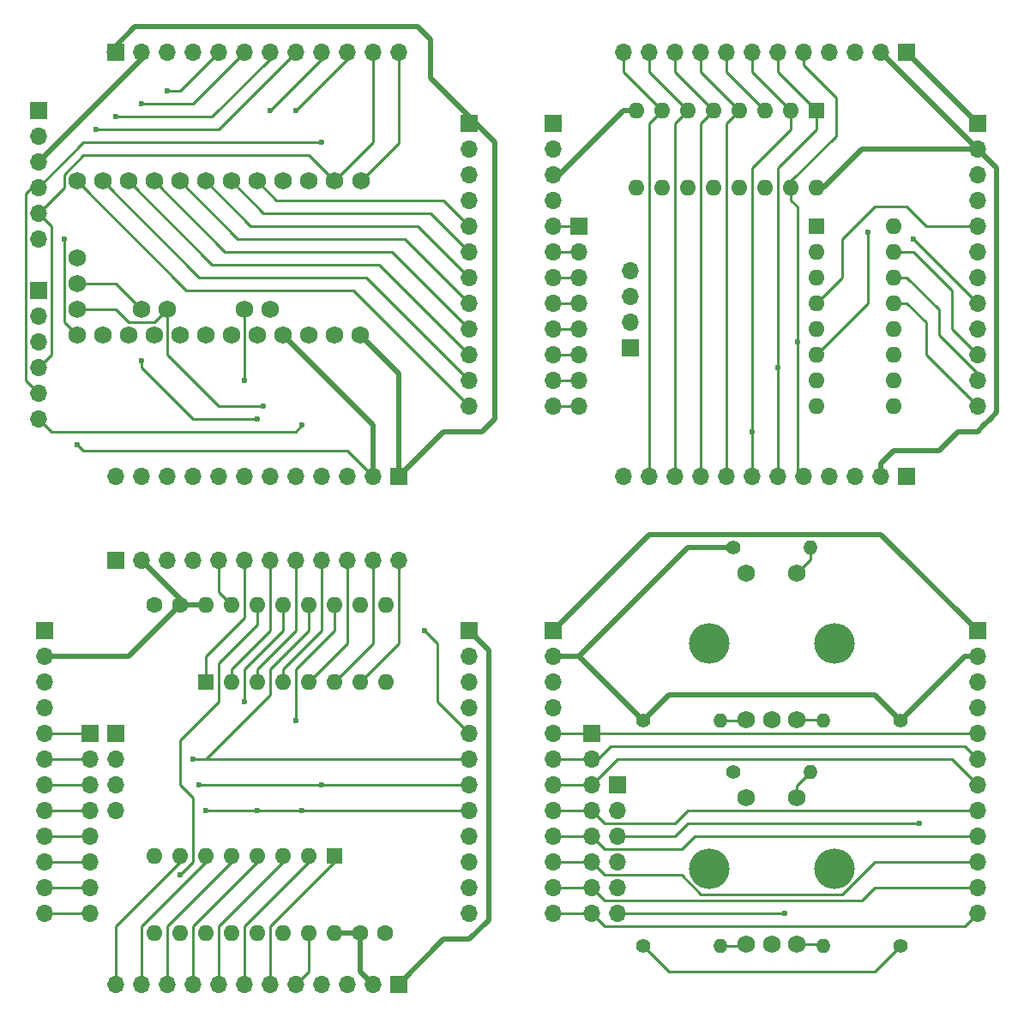
<source format=gbr>
G04 #@! TF.FileFunction,Copper,L1,Top,Signal*
%FSLAX46Y46*%
G04 Gerber Fmt 4.6, Leading zero omitted, Abs format (unit mm)*
G04 Created by KiCad (PCBNEW 4.0.7+dfsg1-1~bpo9+1) date Wed May  2 15:41:06 2018*
%MOMM*%
%LPD*%
G01*
G04 APERTURE LIST*
%ADD10C,0.100000*%
%ADD11R,1.700000X1.700000*%
%ADD12O,1.700000X1.700000*%
%ADD13C,1.727200*%
%ADD14R,1.600000X1.600000*%
%ADD15O,1.600000X1.600000*%
%ADD16C,1.600000*%
%ADD17C,1.400000*%
%ADD18O,1.400000X1.400000*%
%ADD19C,1.750000*%
%ADD20O,4.000000X4.000000*%
%ADD21C,0.600000*%
%ADD22C,0.250000*%
%ADD23C,0.500000*%
G04 APERTURE END LIST*
D10*
D11*
X119380000Y-34925000D03*
D12*
X121920000Y-34925000D03*
X124460000Y-34925000D03*
X127000000Y-34925000D03*
X129540000Y-34925000D03*
X132080000Y-34925000D03*
X134620000Y-34925000D03*
X137160000Y-34925000D03*
X139700000Y-34925000D03*
X142240000Y-34925000D03*
X144780000Y-34925000D03*
X147320000Y-34925000D03*
D11*
X154305000Y-41910000D03*
D12*
X154305000Y-44450000D03*
X154305000Y-46990000D03*
X154305000Y-49530000D03*
X154305000Y-52070000D03*
X154305000Y-54610000D03*
X154305000Y-57150000D03*
X154305000Y-59690000D03*
X154305000Y-62230000D03*
X154305000Y-64770000D03*
X154305000Y-67310000D03*
X154305000Y-69850000D03*
D11*
X147320000Y-76835000D03*
D12*
X144780000Y-76835000D03*
X142240000Y-76835000D03*
X139700000Y-76835000D03*
X137160000Y-76835000D03*
X134620000Y-76835000D03*
X132080000Y-76835000D03*
X129540000Y-76835000D03*
X127000000Y-76835000D03*
X124460000Y-76835000D03*
X121920000Y-76835000D03*
X119380000Y-76835000D03*
D13*
X118110000Y-62865000D03*
X120650000Y-62865000D03*
X123190000Y-62865000D03*
X125730000Y-62865000D03*
X128270000Y-62865000D03*
X130810000Y-62865000D03*
X133350000Y-62865000D03*
X132080000Y-60325000D03*
X134620000Y-60325000D03*
X115570000Y-57785000D03*
X115570000Y-60325000D03*
X121920000Y-60325000D03*
X124460000Y-60325000D03*
X115570000Y-55245000D03*
X135890000Y-62865000D03*
X138430000Y-62865000D03*
X140970000Y-62865000D03*
X143510000Y-62865000D03*
X115570000Y-62865000D03*
X143620000Y-47625000D03*
X140970000Y-47625000D03*
X138430000Y-47625000D03*
X135890000Y-47625000D03*
X133350000Y-47625000D03*
X130810000Y-47625000D03*
X128270000Y-47625000D03*
X125730000Y-47625000D03*
X123190000Y-47625000D03*
X120650000Y-47625000D03*
X118110000Y-47625000D03*
X115570000Y-47625000D03*
D11*
X111760000Y-58420000D03*
D12*
X111760000Y-60960000D03*
X111760000Y-63500000D03*
X111760000Y-66040000D03*
X111760000Y-68580000D03*
X111760000Y-71120000D03*
D11*
X111760000Y-40640000D03*
D12*
X111760000Y-43180000D03*
X111760000Y-45720000D03*
X111760000Y-48260000D03*
X111760000Y-50800000D03*
X111760000Y-53340000D03*
D11*
X162560000Y-41910000D03*
D12*
X162560000Y-44450000D03*
X162560000Y-46990000D03*
X162560000Y-49530000D03*
X162560000Y-52070000D03*
X162560000Y-54610000D03*
X162560000Y-57150000D03*
X162560000Y-59690000D03*
X162560000Y-62230000D03*
X162560000Y-64770000D03*
X162560000Y-67310000D03*
X162560000Y-69850000D03*
D11*
X165100000Y-52070000D03*
D12*
X165100000Y-54610000D03*
X165100000Y-57150000D03*
X165100000Y-59690000D03*
X165100000Y-62230000D03*
X165100000Y-64770000D03*
X165100000Y-67310000D03*
X165100000Y-69850000D03*
D11*
X197485000Y-34925000D03*
D12*
X194945000Y-34925000D03*
X192405000Y-34925000D03*
X189865000Y-34925000D03*
X187325000Y-34925000D03*
X184785000Y-34925000D03*
X182245000Y-34925000D03*
X179705000Y-34925000D03*
X177165000Y-34925000D03*
X174625000Y-34925000D03*
X172085000Y-34925000D03*
X169545000Y-34925000D03*
D11*
X197485000Y-76835000D03*
D12*
X194945000Y-76835000D03*
X192405000Y-76835000D03*
X189865000Y-76835000D03*
X187325000Y-76835000D03*
X184785000Y-76835000D03*
X182245000Y-76835000D03*
X179705000Y-76835000D03*
X177165000Y-76835000D03*
X174625000Y-76835000D03*
X172085000Y-76835000D03*
X169545000Y-76835000D03*
D11*
X204470000Y-41910000D03*
D12*
X204470000Y-44450000D03*
X204470000Y-46990000D03*
X204470000Y-49530000D03*
X204470000Y-52070000D03*
X204470000Y-54610000D03*
X204470000Y-57150000D03*
X204470000Y-59690000D03*
X204470000Y-62230000D03*
X204470000Y-64770000D03*
X204470000Y-67310000D03*
X204470000Y-69850000D03*
D14*
X188595000Y-40640000D03*
D15*
X170815000Y-48260000D03*
X186055000Y-40640000D03*
X173355000Y-48260000D03*
X183515000Y-40640000D03*
X175895000Y-48260000D03*
X180975000Y-40640000D03*
X178435000Y-48260000D03*
X178435000Y-40640000D03*
X180975000Y-48260000D03*
X175895000Y-40640000D03*
X183515000Y-48260000D03*
X173355000Y-40640000D03*
X186055000Y-48260000D03*
X170815000Y-40640000D03*
X188595000Y-48260000D03*
D14*
X188595000Y-52070000D03*
D15*
X196215000Y-69850000D03*
X188595000Y-54610000D03*
X196215000Y-67310000D03*
X188595000Y-57150000D03*
X196215000Y-64770000D03*
X188595000Y-59690000D03*
X196215000Y-62230000D03*
X188595000Y-62230000D03*
X196215000Y-59690000D03*
X188595000Y-64770000D03*
X196215000Y-57150000D03*
X188595000Y-67310000D03*
X196215000Y-54610000D03*
X188595000Y-69850000D03*
X196215000Y-52070000D03*
D11*
X170180000Y-64135000D03*
D12*
X170180000Y-61595000D03*
X170180000Y-59055000D03*
X170180000Y-56515000D03*
D11*
X112395000Y-92075000D03*
D12*
X112395000Y-94615000D03*
X112395000Y-97155000D03*
X112395000Y-99695000D03*
X112395000Y-102235000D03*
X112395000Y-104775000D03*
X112395000Y-107315000D03*
X112395000Y-109855000D03*
X112395000Y-112395000D03*
X112395000Y-114935000D03*
X112395000Y-117475000D03*
X112395000Y-120015000D03*
D14*
X140970000Y-114300000D03*
D15*
X123190000Y-121920000D03*
X138430000Y-114300000D03*
X125730000Y-121920000D03*
X135890000Y-114300000D03*
X128270000Y-121920000D03*
X133350000Y-114300000D03*
X130810000Y-121920000D03*
X130810000Y-114300000D03*
X133350000Y-121920000D03*
X128270000Y-114300000D03*
X135890000Y-121920000D03*
X125730000Y-114300000D03*
X138430000Y-121920000D03*
X123190000Y-114300000D03*
X140970000Y-121920000D03*
D11*
X116840000Y-102235000D03*
D12*
X116840000Y-104775000D03*
X116840000Y-107315000D03*
X116840000Y-109855000D03*
X116840000Y-112395000D03*
X116840000Y-114935000D03*
X116840000Y-117475000D03*
X116840000Y-120015000D03*
D11*
X119380000Y-102235000D03*
D12*
X119380000Y-104775000D03*
X119380000Y-107315000D03*
X119380000Y-109855000D03*
D16*
X143510000Y-121920000D03*
X146010000Y-121920000D03*
X125730000Y-89535000D03*
X123230000Y-89535000D03*
D11*
X154305000Y-92075000D03*
D12*
X154305000Y-94615000D03*
X154305000Y-97155000D03*
X154305000Y-99695000D03*
X154305000Y-102235000D03*
X154305000Y-104775000D03*
X154305000Y-107315000D03*
X154305000Y-109855000D03*
X154305000Y-112395000D03*
X154305000Y-114935000D03*
X154305000Y-117475000D03*
X154305000Y-120015000D03*
D11*
X147320000Y-127000000D03*
D12*
X144780000Y-127000000D03*
X142240000Y-127000000D03*
X139700000Y-127000000D03*
X137160000Y-127000000D03*
X134620000Y-127000000D03*
X132080000Y-127000000D03*
X129540000Y-127000000D03*
X127000000Y-127000000D03*
X124460000Y-127000000D03*
X121920000Y-127000000D03*
X119380000Y-127000000D03*
D11*
X119380000Y-85090000D03*
D12*
X121920000Y-85090000D03*
X124460000Y-85090000D03*
X127000000Y-85090000D03*
X129540000Y-85090000D03*
X132080000Y-85090000D03*
X134620000Y-85090000D03*
X137160000Y-85090000D03*
X139700000Y-85090000D03*
X142240000Y-85090000D03*
X144780000Y-85090000D03*
X147320000Y-85090000D03*
D14*
X128270000Y-97155000D03*
D15*
X146050000Y-89535000D03*
X130810000Y-97155000D03*
X143510000Y-89535000D03*
X133350000Y-97155000D03*
X140970000Y-89535000D03*
X135890000Y-97155000D03*
X138430000Y-89535000D03*
X138430000Y-97155000D03*
X135890000Y-89535000D03*
X140970000Y-97155000D03*
X133350000Y-89535000D03*
X143510000Y-97155000D03*
X130810000Y-89535000D03*
X146050000Y-97155000D03*
X128270000Y-89535000D03*
D11*
X162560000Y-92075000D03*
D12*
X162560000Y-94615000D03*
X162560000Y-97155000D03*
X162560000Y-99695000D03*
X162560000Y-102235000D03*
X162560000Y-104775000D03*
X162560000Y-107315000D03*
X162560000Y-109855000D03*
X162560000Y-112395000D03*
X162560000Y-114935000D03*
X162560000Y-117475000D03*
X162560000Y-120015000D03*
D11*
X204470000Y-92075000D03*
D12*
X204470000Y-94615000D03*
X204470000Y-97155000D03*
X204470000Y-99695000D03*
X204470000Y-102235000D03*
X204470000Y-104775000D03*
X204470000Y-107315000D03*
X204470000Y-109855000D03*
X204470000Y-112395000D03*
X204470000Y-114935000D03*
X204470000Y-117475000D03*
X204470000Y-120015000D03*
D11*
X166370000Y-102235000D03*
D12*
X166370000Y-104775000D03*
X166370000Y-107315000D03*
X166370000Y-109855000D03*
X166370000Y-112395000D03*
X166370000Y-114935000D03*
X166370000Y-117475000D03*
X166370000Y-120015000D03*
D11*
X168910000Y-107315000D03*
D12*
X168910000Y-109855000D03*
X168910000Y-112395000D03*
X168910000Y-114935000D03*
X168910000Y-117475000D03*
X168910000Y-120015000D03*
D17*
X171450000Y-100965000D03*
D18*
X179070000Y-100965000D03*
D17*
X196850000Y-100965000D03*
D18*
X189230000Y-100965000D03*
D17*
X180340000Y-83820000D03*
D18*
X187960000Y-83820000D03*
D17*
X171450000Y-123190000D03*
D18*
X179070000Y-123190000D03*
D17*
X180340000Y-106045000D03*
D18*
X187960000Y-106045000D03*
D17*
X196850000Y-123190000D03*
D18*
X189230000Y-123190000D03*
D19*
X181650000Y-100845000D03*
X186650000Y-100845000D03*
X184150000Y-100845000D03*
X186650000Y-86345000D03*
X181650000Y-86345000D03*
D20*
X190350000Y-93345000D03*
X177950000Y-93345000D03*
D19*
X181650000Y-123070000D03*
X186650000Y-123070000D03*
X184150000Y-123070000D03*
X186650000Y-108570000D03*
X181650000Y-108570000D03*
D20*
X190350000Y-115570000D03*
X177950000Y-115570000D03*
D21*
X137160000Y-40640000D03*
X132080000Y-67310000D03*
X134620000Y-40640000D03*
X115570000Y-73660000D03*
X124460000Y-38735000D03*
X121920000Y-40005000D03*
X119380000Y-41275000D03*
X114300000Y-53340000D03*
X117475000Y-42545000D03*
X139700000Y-43815000D03*
X133985000Y-69850000D03*
X133350000Y-71120000D03*
X121920000Y-65405000D03*
X137795000Y-71755000D03*
X186690000Y-63500000D03*
X184785000Y-66040000D03*
X182245000Y-72390000D03*
X193675000Y-52705000D03*
X198120000Y-53340000D03*
X127000000Y-104775000D03*
X139700000Y-107315000D03*
X137160000Y-100965000D03*
X127635000Y-107315000D03*
X149860000Y-92075000D03*
X125730000Y-116205000D03*
X137795000Y-109855000D03*
X132080000Y-99060000D03*
X133350000Y-109855000D03*
X128270000Y-109855000D03*
X198755000Y-111125000D03*
X185420000Y-120015000D03*
D22*
X137160000Y-40640000D02*
X142240000Y-35560000D01*
X142240000Y-35560000D02*
X142240000Y-34925000D01*
X124460000Y-121285000D02*
X130175000Y-115570000D01*
X130175000Y-115570000D02*
X130810000Y-114935000D01*
X130810000Y-114935000D02*
X130810000Y-114300000D01*
X124460000Y-127000000D02*
X124460000Y-121285000D01*
X132080000Y-67310000D02*
X132080000Y-60325000D01*
X134620000Y-40640000D02*
X139700000Y-35560000D01*
X139700000Y-35560000D02*
X139700000Y-34925000D01*
X127000000Y-121285000D02*
X133350000Y-114935000D01*
X133350000Y-114935000D02*
X133350000Y-114300000D01*
X127000000Y-127000000D02*
X127000000Y-121285000D01*
X144780000Y-76835000D02*
X142240000Y-74295000D01*
X116205000Y-74295000D02*
X115570000Y-73660000D01*
X142240000Y-74295000D02*
X116205000Y-74295000D01*
D23*
X121920000Y-34925000D02*
X121920000Y-35560000D01*
X121920000Y-35560000D02*
X111760000Y-45720000D01*
X144780000Y-76835000D02*
X144780000Y-71755000D01*
X144780000Y-71755000D02*
X135890000Y-62865000D01*
D22*
X171450000Y-123190000D02*
X173990000Y-125730000D01*
X194310000Y-125730000D02*
X196850000Y-123190000D01*
X173990000Y-125730000D02*
X194310000Y-125730000D01*
D23*
X165100000Y-94615000D02*
X175895000Y-83820000D01*
X175895000Y-83820000D02*
X180340000Y-83820000D01*
X196850000Y-100965000D02*
X203200000Y-94615000D01*
X203200000Y-94615000D02*
X204470000Y-94615000D01*
X171450000Y-100965000D02*
X173990000Y-98425000D01*
X194310000Y-98425000D02*
X196850000Y-100965000D01*
X173990000Y-98425000D02*
X194310000Y-98425000D01*
X162560000Y-94615000D02*
X165100000Y-94615000D01*
X165100000Y-94615000D02*
X171450000Y-100965000D01*
X147320000Y-76835000D02*
X147320000Y-66675000D01*
X147320000Y-66675000D02*
X143510000Y-62865000D01*
X147320000Y-76835000D02*
X151765000Y-72390000D01*
X151765000Y-72390000D02*
X152400000Y-72390000D01*
X154940000Y-41910000D02*
X156845000Y-43815000D01*
X154940000Y-41910000D02*
X150495000Y-37465000D01*
X150495000Y-37465000D02*
X150495000Y-33655000D01*
X152400000Y-72390000D02*
X155575000Y-72390000D01*
X150495000Y-33655000D02*
X149225000Y-32385000D01*
X121285000Y-32385000D02*
X149225000Y-32385000D01*
X149225000Y-32385000D02*
X150495000Y-33655000D01*
X156845000Y-43815000D02*
X154940000Y-41910000D01*
X156845000Y-71120000D02*
X156845000Y-43815000D01*
X155575000Y-72390000D02*
X156845000Y-71120000D01*
X119380000Y-34290000D02*
X121285000Y-32385000D01*
X118745000Y-34925000D02*
X119380000Y-34290000D01*
X197485000Y-34925000D02*
X204470000Y-41910000D01*
X154305000Y-92075000D02*
X155575000Y-93345000D01*
X151765000Y-122555000D02*
X147320000Y-127000000D01*
X154305000Y-122555000D02*
X151765000Y-122555000D01*
X156210000Y-120650000D02*
X154305000Y-122555000D01*
X156210000Y-93980000D02*
X156210000Y-120650000D01*
X155575000Y-93345000D02*
X156210000Y-93980000D01*
X112395000Y-92075000D02*
X111760000Y-92075000D01*
X162560000Y-92075000D02*
X172085000Y-82550000D01*
X194945000Y-82550000D02*
X204470000Y-92075000D01*
X172085000Y-82550000D02*
X194945000Y-82550000D01*
X162560000Y-92075000D02*
X163195000Y-92075000D01*
D22*
X129540000Y-34925000D02*
X125730000Y-38735000D01*
X125730000Y-38735000D02*
X124460000Y-38735000D01*
X132080000Y-34925000D02*
X127000000Y-40005000D01*
X127000000Y-40005000D02*
X121920000Y-40005000D01*
X134620000Y-34925000D02*
X134620000Y-35560000D01*
X134620000Y-35560000D02*
X128905000Y-41275000D01*
X128905000Y-41275000D02*
X119380000Y-41275000D01*
X114300000Y-61595000D02*
X114300000Y-53340000D01*
X114300000Y-61595000D02*
X115570000Y-62865000D01*
X137160000Y-34925000D02*
X129540000Y-42545000D01*
X129540000Y-42545000D02*
X117475000Y-42545000D01*
X111760000Y-50800000D02*
X113030000Y-52070000D01*
X113030000Y-64770000D02*
X111760000Y-66040000D01*
X113030000Y-52070000D02*
X113030000Y-64770000D01*
X111760000Y-50800000D02*
X114300000Y-48260000D01*
X138430000Y-45085000D02*
X140970000Y-47625000D01*
X116205000Y-45085000D02*
X138430000Y-45085000D01*
X114300000Y-46990000D02*
X116205000Y-45085000D01*
X114300000Y-48260000D02*
X114300000Y-46990000D01*
X144780000Y-34925000D02*
X144780000Y-43815000D01*
X144780000Y-43815000D02*
X140970000Y-47625000D01*
X111760000Y-48260000D02*
X111125000Y-48260000D01*
X111125000Y-48260000D02*
X110490000Y-48895000D01*
X110490000Y-67310000D02*
X111760000Y-68580000D01*
X110490000Y-48895000D02*
X110490000Y-67310000D01*
X116205000Y-43815000D02*
X111760000Y-48260000D01*
X139700000Y-43815000D02*
X116205000Y-43815000D01*
X147320000Y-34925000D02*
X147320000Y-43925000D01*
X147320000Y-43925000D02*
X143620000Y-47625000D01*
X154305000Y-52070000D02*
X151765000Y-49530000D01*
X135255000Y-49530000D02*
X133350000Y-47625000D01*
X151765000Y-49530000D02*
X135255000Y-49530000D01*
X154305000Y-54610000D02*
X150495000Y-50800000D01*
X133985000Y-50800000D02*
X130810000Y-47625000D01*
X150495000Y-50800000D02*
X133985000Y-50800000D01*
X154305000Y-57150000D02*
X149225000Y-52070000D01*
X149225000Y-52070000D02*
X148590000Y-52070000D01*
X148590000Y-52070000D02*
X132715000Y-52070000D01*
X132715000Y-52070000D02*
X128270000Y-47625000D01*
X154305000Y-59690000D02*
X147955000Y-53340000D01*
X131445000Y-53340000D02*
X125730000Y-47625000D01*
X147955000Y-53340000D02*
X131445000Y-53340000D01*
X154305000Y-62230000D02*
X146685000Y-54610000D01*
X130175000Y-54610000D02*
X123190000Y-47625000D01*
X146685000Y-54610000D02*
X130175000Y-54610000D01*
X154305000Y-64770000D02*
X145415000Y-55880000D01*
X128905000Y-55880000D02*
X120650000Y-47625000D01*
X130175000Y-55880000D02*
X128905000Y-55880000D01*
X145415000Y-55880000D02*
X130175000Y-55880000D01*
X154305000Y-67310000D02*
X144145000Y-57150000D01*
X144145000Y-57150000D02*
X143510000Y-57150000D01*
X143510000Y-57150000D02*
X127635000Y-57150000D01*
X127635000Y-57150000D02*
X118110000Y-47625000D01*
X154305000Y-69850000D02*
X142875000Y-58420000D01*
X126365000Y-58420000D02*
X115570000Y-47625000D01*
X142875000Y-58420000D02*
X126365000Y-58420000D01*
X138430000Y-121920000D02*
X138430000Y-125730000D01*
X138430000Y-125730000D02*
X137160000Y-127000000D01*
X140970000Y-114300000D02*
X140970000Y-114935000D01*
X140970000Y-114935000D02*
X134620000Y-121285000D01*
X134620000Y-127000000D02*
X134620000Y-121285000D01*
X138430000Y-114300000D02*
X138430000Y-114935000D01*
X138430000Y-114935000D02*
X132080000Y-121285000D01*
X132080000Y-127000000D02*
X132080000Y-121285000D01*
X129540000Y-121285000D02*
X135890000Y-114935000D01*
X135890000Y-114935000D02*
X135890000Y-114300000D01*
X129540000Y-127000000D02*
X129540000Y-121285000D01*
X133985000Y-69850000D02*
X129540000Y-69850000D01*
X124460000Y-60325000D02*
X124460000Y-64770000D01*
X124460000Y-64770000D02*
X129540000Y-69850000D01*
X115570000Y-60325000D02*
X119380000Y-60325000D01*
X123190000Y-61595000D02*
X124460000Y-60325000D01*
X120650000Y-61595000D02*
X123190000Y-61595000D01*
X119380000Y-60325000D02*
X120650000Y-61595000D01*
X119380000Y-121285000D02*
X125730000Y-114935000D01*
X125730000Y-114935000D02*
X125730000Y-114300000D01*
X119380000Y-127000000D02*
X119380000Y-121285000D01*
X133350000Y-71120000D02*
X127000000Y-71120000D01*
X121920000Y-66040000D02*
X121920000Y-65405000D01*
X127000000Y-71120000D02*
X121920000Y-66040000D01*
X115570000Y-57785000D02*
X119380000Y-57785000D01*
X119380000Y-57785000D02*
X121920000Y-60325000D01*
X121920000Y-121285000D02*
X128270000Y-114935000D01*
X128270000Y-114935000D02*
X128270000Y-114300000D01*
X121920000Y-127000000D02*
X121920000Y-121285000D01*
X113030000Y-72390000D02*
X111760000Y-71120000D01*
X137160000Y-72390000D02*
X113030000Y-72390000D01*
X137795000Y-71755000D02*
X137160000Y-72390000D01*
D23*
X162560000Y-46990000D02*
X163195000Y-46990000D01*
X163195000Y-46990000D02*
X169545000Y-40640000D01*
X169545000Y-40640000D02*
X170815000Y-40640000D01*
D22*
X162560000Y-52070000D02*
X165100000Y-52070000D01*
X116840000Y-102235000D02*
X112395000Y-102235000D01*
X166370000Y-102235000D02*
X204470000Y-102235000D01*
X162560000Y-102235000D02*
X166370000Y-102235000D01*
X165100000Y-54610000D02*
X162560000Y-54610000D01*
X112395000Y-104775000D02*
X116840000Y-104775000D01*
X166370000Y-104775000D02*
X167005000Y-104775000D01*
X167005000Y-104775000D02*
X168275000Y-103505000D01*
X203200000Y-103505000D02*
X204470000Y-104775000D01*
X168275000Y-103505000D02*
X203200000Y-103505000D01*
X162560000Y-104775000D02*
X166370000Y-104775000D01*
X162560000Y-57150000D02*
X165100000Y-57150000D01*
X116840000Y-107315000D02*
X112395000Y-107315000D01*
X166370000Y-107315000D02*
X168910000Y-104775000D01*
X201930000Y-104775000D02*
X204470000Y-107315000D01*
X168910000Y-104775000D02*
X201930000Y-104775000D01*
X166370000Y-107315000D02*
X162560000Y-107315000D01*
X165100000Y-59690000D02*
X162560000Y-59690000D01*
X112395000Y-109855000D02*
X116840000Y-109855000D01*
X174625000Y-111125000D02*
X175895000Y-109855000D01*
X175895000Y-109855000D02*
X204470000Y-109855000D01*
X166370000Y-109855000D02*
X167640000Y-111125000D01*
X167640000Y-111125000D02*
X174625000Y-111125000D01*
X162560000Y-109855000D02*
X166370000Y-109855000D01*
X162560000Y-62230000D02*
X165100000Y-62230000D01*
X116840000Y-112395000D02*
X112395000Y-112395000D01*
X166370000Y-112395000D02*
X167640000Y-113665000D01*
X176530000Y-112395000D02*
X204470000Y-112395000D01*
X175260000Y-113665000D02*
X176530000Y-112395000D01*
X167640000Y-113665000D02*
X175260000Y-113665000D01*
X162560000Y-112395000D02*
X166370000Y-112395000D01*
X165100000Y-64770000D02*
X162560000Y-64770000D01*
X112395000Y-114935000D02*
X116840000Y-114935000D01*
X177165000Y-118110000D02*
X191135000Y-118110000D01*
X166370000Y-114935000D02*
X167640000Y-116205000D01*
X194310000Y-114935000D02*
X204470000Y-114935000D01*
X191135000Y-118110000D02*
X194310000Y-114935000D01*
X175260000Y-116205000D02*
X177165000Y-118110000D01*
X167640000Y-116205000D02*
X175260000Y-116205000D01*
X162560000Y-114935000D02*
X166370000Y-114935000D01*
X162560000Y-67310000D02*
X165100000Y-67310000D01*
X116840000Y-117475000D02*
X112395000Y-117475000D01*
X175260000Y-118745000D02*
X193040000Y-118745000D01*
X166370000Y-117475000D02*
X167640000Y-118745000D01*
X194310000Y-117475000D02*
X204470000Y-117475000D01*
X193040000Y-118745000D02*
X194310000Y-117475000D01*
X167640000Y-118745000D02*
X175260000Y-118745000D01*
X162560000Y-117475000D02*
X166370000Y-117475000D01*
X165100000Y-69850000D02*
X162560000Y-69850000D01*
X112395000Y-120015000D02*
X116840000Y-120015000D01*
X166370000Y-120015000D02*
X167640000Y-121285000D01*
X203200000Y-121285000D02*
X204470000Y-120015000D01*
X167640000Y-121285000D02*
X203200000Y-121285000D01*
X166370000Y-120015000D02*
X162560000Y-120015000D01*
D23*
X188595000Y-48260000D02*
X189230000Y-48260000D01*
X189230000Y-48260000D02*
X193040000Y-44450000D01*
X193040000Y-44450000D02*
X204470000Y-44450000D01*
X205740000Y-71120000D02*
X206375000Y-70485000D01*
X205105000Y-71755000D02*
X205740000Y-71120000D01*
X200660000Y-74295000D02*
X202565000Y-72390000D01*
X204470000Y-72390000D02*
X205105000Y-71755000D01*
X202565000Y-72390000D02*
X204470000Y-72390000D01*
X194945000Y-75565000D02*
X194945000Y-76835000D01*
X196215000Y-74295000D02*
X194945000Y-75565000D01*
X200660000Y-74295000D02*
X196215000Y-74295000D01*
X204470000Y-44450000D02*
X206375000Y-46355000D01*
X206375000Y-46355000D02*
X206375000Y-70485000D01*
X204470000Y-44450000D02*
X194945000Y-34925000D01*
X125730000Y-89535000D02*
X125730000Y-88900000D01*
X125730000Y-88900000D02*
X121920000Y-85090000D01*
X112395000Y-94615000D02*
X120650000Y-94615000D01*
X120650000Y-94615000D02*
X125730000Y-89535000D01*
X125730000Y-89535000D02*
X128270000Y-89535000D01*
X143510000Y-121920000D02*
X143510000Y-125730000D01*
X143510000Y-125730000D02*
X144780000Y-127000000D01*
X140970000Y-121920000D02*
X143510000Y-121920000D01*
D22*
X186055000Y-48260000D02*
X186055000Y-49530000D01*
X186690000Y-76200000D02*
X187325000Y-76835000D01*
X186690000Y-50165000D02*
X186690000Y-63500000D01*
X186690000Y-63500000D02*
X186690000Y-76200000D01*
X186055000Y-49530000D02*
X186690000Y-50165000D01*
X186055000Y-48260000D02*
X186055000Y-47625000D01*
X186055000Y-47625000D02*
X190500000Y-43180000D01*
X190500000Y-43180000D02*
X190500000Y-39370000D01*
X190500000Y-39370000D02*
X187325000Y-36195000D01*
X187325000Y-36195000D02*
X187325000Y-34925000D01*
X184785000Y-76835000D02*
X184785000Y-66040000D01*
X184785000Y-66040000D02*
X184785000Y-46355000D01*
X188595000Y-42545000D02*
X188595000Y-40640000D01*
X184785000Y-46355000D02*
X188595000Y-42545000D01*
X184785000Y-34925000D02*
X184785000Y-36830000D01*
X184785000Y-36830000D02*
X188595000Y-40640000D01*
X182245000Y-76835000D02*
X182245000Y-72390000D01*
X182245000Y-72390000D02*
X182245000Y-46355000D01*
X186055000Y-42545000D02*
X186055000Y-40640000D01*
X182245000Y-46355000D02*
X186055000Y-42545000D01*
X182245000Y-34925000D02*
X182245000Y-36830000D01*
X182245000Y-36830000D02*
X186055000Y-40640000D01*
X188595000Y-64770000D02*
X193040000Y-60325000D01*
X193675000Y-59690000D02*
X193675000Y-52705000D01*
X193040000Y-60325000D02*
X193675000Y-59690000D01*
X179705000Y-34925000D02*
X179705000Y-36830000D01*
X179705000Y-36830000D02*
X183515000Y-40640000D01*
X177165000Y-34925000D02*
X177165000Y-36830000D01*
X177165000Y-36830000D02*
X180975000Y-40640000D01*
X179705000Y-41910000D02*
X180975000Y-40640000D01*
X179705000Y-76200000D02*
X179705000Y-41910000D01*
X174625000Y-34925000D02*
X174625000Y-36830000D01*
X174625000Y-36830000D02*
X178435000Y-40640000D01*
X177165000Y-41910000D02*
X178435000Y-40640000D01*
X177165000Y-76200000D02*
X177165000Y-41910000D01*
X172085000Y-34925000D02*
X172085000Y-36830000D01*
X172085000Y-36830000D02*
X175895000Y-40640000D01*
X174625000Y-41910000D02*
X175895000Y-40640000D01*
X174625000Y-76200000D02*
X174625000Y-41910000D01*
X169545000Y-34925000D02*
X169545000Y-36830000D01*
X169545000Y-36830000D02*
X173355000Y-40640000D01*
X172085000Y-41910000D02*
X173355000Y-40640000D01*
X172085000Y-76200000D02*
X172085000Y-41910000D01*
X204470000Y-52070000D02*
X199390000Y-52070000D01*
X191135000Y-57150000D02*
X188595000Y-59690000D01*
X191135000Y-53340000D02*
X191135000Y-57150000D01*
X194310000Y-50165000D02*
X191135000Y-53340000D01*
X197485000Y-50165000D02*
X194310000Y-50165000D01*
X199390000Y-52070000D02*
X197485000Y-50165000D01*
X204470000Y-59690000D02*
X198120000Y-53340000D01*
X196215000Y-54610000D02*
X198120000Y-54610000D01*
X201930000Y-62230000D02*
X204470000Y-64770000D01*
X201930000Y-58420000D02*
X201930000Y-62230000D01*
X198120000Y-54610000D02*
X201930000Y-58420000D01*
X204470000Y-67310000D02*
X204470000Y-66675000D01*
X204470000Y-66675000D02*
X200660000Y-62865000D01*
X200660000Y-62865000D02*
X200660000Y-60325000D01*
X200660000Y-60325000D02*
X197485000Y-57150000D01*
X197485000Y-57150000D02*
X196215000Y-57150000D01*
X196215000Y-59690000D02*
X197485000Y-59690000D01*
X199390000Y-64770000D02*
X204470000Y-69850000D01*
X199390000Y-61595000D02*
X199390000Y-64770000D01*
X197485000Y-59690000D02*
X199390000Y-61595000D01*
X127000000Y-104775000D02*
X154305000Y-104775000D01*
X138430000Y-89535000D02*
X138430000Y-92075000D01*
X128270000Y-104775000D02*
X127000000Y-104775000D01*
X134620000Y-98425000D02*
X128270000Y-104775000D01*
X134620000Y-95885000D02*
X134620000Y-98425000D01*
X138430000Y-92075000D02*
X134620000Y-95885000D01*
X140970000Y-89535000D02*
X140970000Y-92075000D01*
X137160000Y-95885000D02*
X137160000Y-100965000D01*
X140970000Y-92075000D02*
X137160000Y-95885000D01*
X154305000Y-107315000D02*
X139700000Y-107315000D01*
X139700000Y-107315000D02*
X127635000Y-107315000D01*
X151130000Y-99060000D02*
X154305000Y-102235000D01*
X151130000Y-93345000D02*
X151130000Y-99060000D01*
X149860000Y-92075000D02*
X151130000Y-93345000D01*
X125730000Y-107315000D02*
X125730000Y-102870000D01*
X127000000Y-108585000D02*
X125730000Y-107315000D01*
X127000000Y-114935000D02*
X127000000Y-108585000D01*
X125730000Y-116205000D02*
X127000000Y-114935000D01*
X129540000Y-95885000D02*
X129540000Y-95250000D01*
X129540000Y-95250000D02*
X133350000Y-91440000D01*
X125730000Y-102870000D02*
X129540000Y-99060000D01*
X133350000Y-89535000D02*
X133350000Y-91440000D01*
X129540000Y-95885000D02*
X129540000Y-99060000D01*
X129540000Y-85090000D02*
X129540000Y-88265000D01*
X129540000Y-88265000D02*
X130810000Y-89535000D01*
X128270000Y-97155000D02*
X128270000Y-94615000D01*
X128270000Y-94615000D02*
X132080000Y-90805000D01*
X132080000Y-85090000D02*
X132080000Y-90805000D01*
X130810000Y-97155000D02*
X130810000Y-95885000D01*
X130810000Y-95885000D02*
X134620000Y-92075000D01*
X134620000Y-85090000D02*
X134620000Y-92075000D01*
X133350000Y-97155000D02*
X133350000Y-95885000D01*
X133350000Y-95885000D02*
X137160000Y-92075000D01*
X137160000Y-85090000D02*
X137160000Y-92075000D01*
X139065000Y-92710000D02*
X139700000Y-92075000D01*
X135890000Y-97155000D02*
X135890000Y-95885000D01*
X135890000Y-95885000D02*
X139065000Y-92710000D01*
X139700000Y-85090000D02*
X139700000Y-92075000D01*
X142240000Y-85090000D02*
X142240000Y-93345000D01*
X142240000Y-93345000D02*
X138430000Y-97155000D01*
X144780000Y-85090000D02*
X144780000Y-93345000D01*
X144780000Y-93345000D02*
X140970000Y-97155000D01*
X147320000Y-85090000D02*
X147320000Y-93345000D01*
X147320000Y-93345000D02*
X143510000Y-97155000D01*
X135890000Y-89535000D02*
X135890000Y-92075000D01*
X132080000Y-95885000D02*
X132080000Y-99060000D01*
X135890000Y-92075000D02*
X132080000Y-95885000D01*
X128270000Y-109855000D02*
X133350000Y-109855000D01*
X133350000Y-109855000D02*
X137795000Y-109855000D01*
X137795000Y-109855000D02*
X154305000Y-109855000D01*
X179070000Y-100965000D02*
X181530000Y-100965000D01*
X181530000Y-100965000D02*
X181650000Y-100845000D01*
X186650000Y-100845000D02*
X189110000Y-100845000D01*
X189110000Y-100845000D02*
X189230000Y-100965000D01*
X168910000Y-112395000D02*
X174625000Y-112395000D01*
X175895000Y-111125000D02*
X198755000Y-111125000D01*
X174625000Y-112395000D02*
X175895000Y-111125000D01*
X187960000Y-83820000D02*
X187960000Y-85035000D01*
X187960000Y-85035000D02*
X186650000Y-86345000D01*
X179070000Y-123190000D02*
X181530000Y-123190000D01*
X181530000Y-123190000D02*
X181650000Y-123070000D01*
X186650000Y-123070000D02*
X189110000Y-123070000D01*
X189110000Y-123070000D02*
X189230000Y-123190000D01*
X168910000Y-120015000D02*
X185420000Y-120015000D01*
X186650000Y-108570000D02*
X186650000Y-107355000D01*
X186650000Y-107355000D02*
X187960000Y-106045000D01*
M02*

</source>
